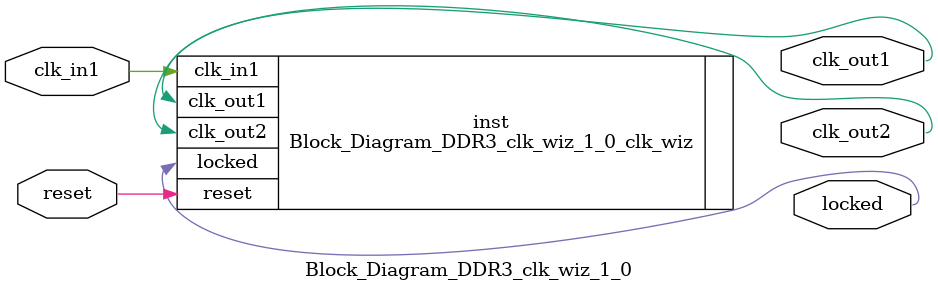
<source format=v>


`timescale 1ps/1ps

(* CORE_GENERATION_INFO = "Block_Diagram_DDR3_clk_wiz_1_0,clk_wiz_v6_0_15_0_0,{component_name=Block_Diagram_DDR3_clk_wiz_1_0,use_phase_alignment=true,use_min_o_jitter=false,use_max_i_jitter=false,use_dyn_phase_shift=false,use_inclk_switchover=false,use_dyn_reconfig=false,enable_axi=0,feedback_source=FDBK_AUTO,PRIMITIVE=MMCM,num_out_clk=2,clkin1_period=10.000,clkin2_period=10.000,use_power_down=false,use_reset=true,use_locked=true,use_inclk_stopped=false,feedback_type=SINGLE,CLOCK_MGR_TYPE=NA,manual_override=false}" *)

module Block_Diagram_DDR3_clk_wiz_1_0 
 (
  // Clock out ports
  output        clk_out1,
  output        clk_out2,
  // Status and control signals
  input         reset,
  output        locked,
 // Clock in ports
  input         clk_in1
 );

  Block_Diagram_DDR3_clk_wiz_1_0_clk_wiz inst
  (
  // Clock out ports  
  .clk_out1(clk_out1),
  .clk_out2(clk_out2),
  // Status and control signals               
  .reset(reset), 
  .locked(locked),
 // Clock in ports
  .clk_in1(clk_in1)
  );

endmodule

</source>
